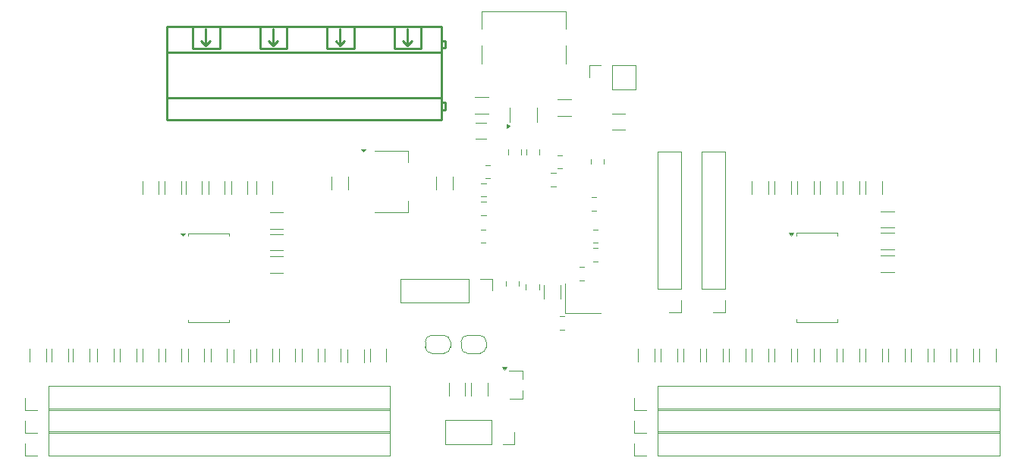
<source format=gbr>
%TF.GenerationSoftware,KiCad,Pcbnew,9.0.0*%
%TF.CreationDate,2025-03-06T16:27:56+01:00*%
%TF.ProjectId,mcuDevBoard,6d637544-6576-4426-9f61-72642e6b6963,rev?*%
%TF.SameCoordinates,Original*%
%TF.FileFunction,Legend,Top*%
%TF.FilePolarity,Positive*%
%FSLAX46Y46*%
G04 Gerber Fmt 4.6, Leading zero omitted, Abs format (unit mm)*
G04 Created by KiCad (PCBNEW 9.0.0) date 2025-03-06 16:27:56*
%MOMM*%
%LPD*%
G01*
G04 APERTURE LIST*
%ADD10C,0.120000*%
%ADD11C,0.250000*%
G04 APERTURE END LIST*
D10*
%TO.C,C13*%
X130201248Y-93765000D02*
X130723752Y-93765000D01*
X130201248Y-95235000D02*
X130723752Y-95235000D01*
%TO.C,C12*%
X126238748Y-83365000D02*
X126761252Y-83365000D01*
X126238748Y-84835000D02*
X126761252Y-84835000D01*
%TO.C,R23*%
X168228600Y-104962336D02*
X168228600Y-106416464D01*
X170048600Y-104962336D02*
X170048600Y-106416464D01*
%TO.C,U4*%
X120840000Y-78842500D02*
X120840000Y-78042500D01*
X120840000Y-78842500D02*
X120840000Y-79642500D01*
X123960000Y-78842500D02*
X123960000Y-78042500D01*
X123960000Y-78842500D02*
X123960000Y-79642500D01*
X120890000Y-80142500D02*
X120560000Y-80382500D01*
X120560000Y-79902500D01*
X120890000Y-80142500D01*
G36*
X120890000Y-80142500D02*
G01*
X120560000Y-80382500D01*
X120560000Y-79902500D01*
X120890000Y-80142500D01*
G37*
%TO.C,C15*%
X128678748Y-95865000D02*
X129201252Y-95865000D01*
X128678748Y-97335000D02*
X129201252Y-97335000D01*
%TO.C,R73*%
X105287400Y-105013136D02*
X105287400Y-106467264D01*
X107107400Y-105013136D02*
X107107400Y-106467264D01*
%TO.C,R12*%
X140288600Y-104962336D02*
X140288600Y-106416464D01*
X142108600Y-104962336D02*
X142108600Y-106416464D01*
%TO.C,Q1*%
X120760000Y-107420000D02*
X121560000Y-107420000D01*
X120900000Y-110580000D02*
X122360000Y-110580000D01*
X122360000Y-107420000D02*
X121560000Y-107420000D01*
X122360000Y-108350000D02*
X122360000Y-107420000D01*
X122360000Y-109650000D02*
X122360000Y-110580000D01*
X120260000Y-107390000D02*
X120020000Y-107060000D01*
X120500000Y-107060000D01*
X120260000Y-107390000D01*
G36*
X120260000Y-107390000D02*
G01*
X120020000Y-107060000D01*
X120500000Y-107060000D01*
X120260000Y-107390000D01*
G37*
%TO.C,R58*%
X67318400Y-104988136D02*
X67318400Y-106442264D01*
X69138400Y-104988136D02*
X69138400Y-106442264D01*
%TO.C,C4*%
X130548752Y-88085000D02*
X130026248Y-88085000D01*
X130548752Y-89555000D02*
X130026248Y-89555000D01*
%TO.C,C1*%
X101000000Y-87223752D02*
X101000000Y-85801248D01*
X102820000Y-87223752D02*
X102820000Y-85801248D01*
%TO.C,R67*%
X90068400Y-105043136D02*
X90068400Y-106497264D01*
X91888400Y-105043136D02*
X91888400Y-106497264D01*
%TO.C,J1*%
X129734000Y-73346000D02*
X131064000Y-73346000D01*
X129734000Y-74676000D02*
X129734000Y-73346000D01*
X132334000Y-73346000D02*
X134934000Y-73346000D01*
X132334000Y-76006000D02*
X132334000Y-73346000D01*
X132334000Y-76006000D02*
X134934000Y-76006000D01*
X134934000Y-76006000D02*
X134934000Y-73346000D01*
%TO.C,C9*%
X130731252Y-91705000D02*
X130208748Y-91705000D01*
X130731252Y-93175000D02*
X130208748Y-93175000D01*
%TO.C,R8*%
X162315536Y-89666400D02*
X163769664Y-89666400D01*
X162315536Y-91486400D02*
X163769664Y-91486400D01*
%TO.C,R7*%
X162315536Y-94590000D02*
X163769664Y-94590000D01*
X162315536Y-96410000D02*
X163769664Y-96410000D01*
%TO.C,R35*%
X126246936Y-77169600D02*
X127701064Y-77169600D01*
X126246936Y-78989600D02*
X127701064Y-78989600D01*
%TO.C,U6*%
X84955900Y-92143200D02*
X84955900Y-92418200D01*
X84955900Y-102063200D02*
X84955900Y-101788200D01*
X87265900Y-92143200D02*
X84955900Y-92143200D01*
X87265900Y-92143200D02*
X89575900Y-92143200D01*
X87265900Y-102063200D02*
X84955900Y-102063200D01*
X87265900Y-102063200D02*
X89575900Y-102063200D01*
X89575900Y-92143200D02*
X89575900Y-92418200D01*
X89575900Y-102063200D02*
X89575900Y-101788200D01*
X84365900Y-92418200D02*
X84125900Y-92088200D01*
X84605900Y-92088200D01*
X84365900Y-92418200D01*
G36*
X84365900Y-92418200D02*
G01*
X84125900Y-92088200D01*
X84605900Y-92088200D01*
X84365900Y-92418200D01*
G37*
%TO.C,U3*%
X105812500Y-82919500D02*
X109572500Y-82919500D01*
X105812500Y-89739500D02*
X109572500Y-89739500D01*
X109572500Y-82919500D02*
X109572500Y-84179500D01*
X109572500Y-89739500D02*
X109572500Y-88479500D01*
X104532500Y-83019500D02*
X104292500Y-82689500D01*
X104772500Y-82689500D01*
X104532500Y-83019500D01*
G36*
X104532500Y-83019500D02*
G01*
X104292500Y-82689500D01*
X104772500Y-82689500D01*
X104532500Y-83019500D01*
G37*
%TO.C,R53*%
X94142936Y-94690000D02*
X95597064Y-94690000D01*
X94142936Y-96510000D02*
X95597064Y-96510000D01*
%TO.C,R10*%
X135208600Y-104962336D02*
X135208600Y-106416464D01*
X137028600Y-104962336D02*
X137028600Y-106416464D01*
%TO.C,R47*%
X79893400Y-87747264D02*
X79893400Y-86293136D01*
X81713400Y-87747264D02*
X81713400Y-86293136D01*
%TO.C,R33*%
X132267936Y-78719000D02*
X133722064Y-78719000D01*
X132267936Y-80539000D02*
X133722064Y-80539000D01*
%TO.C,J15*%
X113690000Y-112970000D02*
X113690000Y-115630000D01*
X118830000Y-112970000D02*
X113690000Y-112970000D01*
X118830000Y-112970000D02*
X118830000Y-115630000D01*
X118830000Y-115630000D02*
X113690000Y-115630000D01*
X121430000Y-114300000D02*
X121430000Y-115630000D01*
X121430000Y-115630000D02*
X120100000Y-115630000D01*
%TO.C,R34*%
X124700000Y-99377064D02*
X124700000Y-97922936D01*
X126520000Y-99377064D02*
X126520000Y-97922936D01*
%TO.C,R24*%
X170768600Y-104962336D02*
X170768600Y-106416464D01*
X172588600Y-104962336D02*
X172588600Y-106416464D01*
%TO.C,R38*%
X120677000Y-82768748D02*
X120677000Y-83291252D01*
X122147000Y-82768748D02*
X122147000Y-83291252D01*
%TO.C,R1*%
X158068600Y-87721464D02*
X158068600Y-86267336D01*
X159888600Y-87721464D02*
X159888600Y-86267336D01*
%TO.C,Y1*%
X127030000Y-97740000D02*
X127030000Y-101040000D01*
X127030000Y-101040000D02*
X131030000Y-101040000D01*
%TO.C,C16*%
X126484748Y-101373000D02*
X127007252Y-101373000D01*
X126484748Y-102843000D02*
X127007252Y-102843000D01*
%TO.C,R45*%
X84713400Y-87697264D02*
X84713400Y-86243136D01*
X86533400Y-87697264D02*
X86533400Y-86243136D01*
%TO.C,R36*%
X118481464Y-76915600D02*
X117027336Y-76915600D01*
X118481464Y-78735600D02*
X117027336Y-78735600D01*
%TO.C,R4*%
X150448600Y-87721464D02*
X150448600Y-86267336D01*
X152268600Y-87721464D02*
X152268600Y-86267336D01*
%TO.C,R9*%
X162315536Y-92079400D02*
X163769664Y-92079400D01*
X162315536Y-93899400D02*
X163769664Y-93899400D01*
%TO.C,R11*%
X137748600Y-104962336D02*
X137748600Y-106416464D01*
X139568600Y-104962336D02*
X139568600Y-106416464D01*
%TO.C,R18*%
X155528600Y-104962336D02*
X155528600Y-106416464D01*
X157348600Y-104962336D02*
X157348600Y-106416464D01*
%TO.C,R63*%
X79887400Y-105013136D02*
X79887400Y-106467264D01*
X81707400Y-105013136D02*
X81707400Y-106467264D01*
%TO.C,R59*%
X69743400Y-105013136D02*
X69743400Y-106467264D01*
X71563400Y-105013136D02*
X71563400Y-106467264D01*
%TO.C,U2*%
X152858600Y-92074400D02*
X152858600Y-92349400D01*
X152858600Y-101994400D02*
X152858600Y-101719400D01*
X155168600Y-92074400D02*
X152858600Y-92074400D01*
X155168600Y-92074400D02*
X157478600Y-92074400D01*
X155168600Y-101994400D02*
X152858600Y-101994400D01*
X155168600Y-101994400D02*
X157478600Y-101994400D01*
X157478600Y-92074400D02*
X157478600Y-92349400D01*
X157478600Y-101994400D02*
X157478600Y-101719400D01*
X152268600Y-92349400D02*
X152028600Y-92019400D01*
X152508600Y-92019400D01*
X152268600Y-92349400D01*
G36*
X152268600Y-92349400D02*
G01*
X152028600Y-92019400D01*
X152508600Y-92019400D01*
X152268600Y-92349400D01*
G37*
%TO.C,R3*%
X152988600Y-87721464D02*
X152988600Y-86267336D01*
X154808600Y-87721464D02*
X154808600Y-86267336D01*
%TO.C,R65*%
X84967400Y-105013136D02*
X84967400Y-106467264D01*
X86787400Y-105013136D02*
X86787400Y-106467264D01*
%TO.C,J5*%
X134788600Y-114360000D02*
X134788600Y-113030000D01*
X136118600Y-114360000D02*
X134788600Y-114360000D01*
X137388600Y-111700000D02*
X175548600Y-111700000D01*
X137388600Y-114360000D02*
X137388600Y-111700000D01*
X137388600Y-114360000D02*
X175548600Y-114360000D01*
X175548600Y-114360000D02*
X175548600Y-111700000D01*
%TO.C,R25*%
X173308600Y-104962336D02*
X173308600Y-106416464D01*
X175128600Y-104962336D02*
X175128600Y-106416464D01*
%TO.C,R13*%
X142828600Y-104962336D02*
X142828600Y-106416464D01*
X144648600Y-104962336D02*
X144648600Y-106416464D01*
%TO.C,F1*%
X118283264Y-79760400D02*
X117079136Y-79760400D01*
X118283264Y-81580400D02*
X117079136Y-81580400D01*
%TO.C,R71*%
X100207400Y-105013136D02*
X100207400Y-106467264D01*
X102027400Y-105013136D02*
X102027400Y-106467264D01*
%TO.C,J3*%
X117730000Y-69240000D02*
X117730000Y-67340000D01*
X117730000Y-73140000D02*
X117730000Y-71140000D01*
X127130000Y-67340000D02*
X117730000Y-67340000D01*
X127130000Y-69240000D02*
X127130000Y-67340000D01*
X127130000Y-73140000D02*
X127130000Y-71140000D01*
%TO.C,R57*%
X94122936Y-92190000D02*
X95577064Y-92190000D01*
X94122936Y-94010000D02*
X95577064Y-94010000D01*
%TO.C,R42*%
X116590000Y-110226264D02*
X116590000Y-108772136D01*
X118410000Y-110226264D02*
X118410000Y-108772136D01*
%TO.C,C11*%
X125490248Y-85371000D02*
X126012752Y-85371000D01*
X125490248Y-86841000D02*
X126012752Y-86841000D01*
%TO.C,J9*%
X66767400Y-114360000D02*
X66767400Y-113030000D01*
X68097400Y-114360000D02*
X66767400Y-114360000D01*
X69367400Y-111700000D02*
X107527400Y-111700000D01*
X69367400Y-114360000D02*
X69367400Y-111700000D01*
X69367400Y-114360000D02*
X107527400Y-114360000D01*
X107527400Y-114360000D02*
X107527400Y-111700000D01*
%TO.C,C3*%
X117621248Y-91685000D02*
X118143752Y-91685000D01*
X117621248Y-93155000D02*
X118143752Y-93155000D01*
%TO.C,C7*%
X117691248Y-88595000D02*
X118213752Y-88595000D01*
X117691248Y-90065000D02*
X118213752Y-90065000D01*
%TO.C,R41*%
X114090000Y-110277064D02*
X114090000Y-108822936D01*
X115910000Y-110277064D02*
X115910000Y-108822936D01*
%TO.C,R68*%
X92587400Y-105013136D02*
X92587400Y-106467264D01*
X94407400Y-105013136D02*
X94407400Y-106467264D01*
%TO.C,J4*%
X134788600Y-116900000D02*
X134788600Y-115570000D01*
X136118600Y-116900000D02*
X134788600Y-116900000D01*
X137388600Y-114240000D02*
X175548600Y-114240000D01*
X137388600Y-116900000D02*
X137388600Y-114240000D01*
X137388600Y-116900000D02*
X175548600Y-116900000D01*
X175548600Y-116900000D02*
X175548600Y-114240000D01*
%TO.C,JP19*%
X111450000Y-104800000D02*
X111450000Y-104200000D01*
X112150000Y-103500000D02*
X113550000Y-103500000D01*
X113550000Y-105500000D02*
X112150000Y-105500000D01*
X114250000Y-104200000D02*
X114250000Y-104800000D01*
X111450000Y-104200000D02*
G75*
G02*
X112150000Y-103500000I699999J1D01*
G01*
X112150000Y-105500000D02*
G75*
G02*
X111450000Y-104800000I-1J699999D01*
G01*
X113550000Y-103500000D02*
G75*
G02*
X114250000Y-104200000I0J-700000D01*
G01*
X114250000Y-104800000D02*
G75*
G02*
X113550000Y-105500000I-700000J0D01*
G01*
%TO.C,R62*%
X77393400Y-105013136D02*
X77393400Y-106467264D01*
X79213400Y-105013136D02*
X79213400Y-106467264D01*
%TO.C,C5*%
X122685000Y-98348752D02*
X122685000Y-97826248D01*
X124155000Y-98348752D02*
X124155000Y-97826248D01*
%TO.C,C6*%
X118191248Y-84475000D02*
X118713752Y-84475000D01*
X118191248Y-85945000D02*
X118713752Y-85945000D01*
%TO.C,R16*%
X150448600Y-104962336D02*
X150448600Y-106416464D01*
X152268600Y-104962336D02*
X152268600Y-106416464D01*
%TO.C,J13*%
X142270000Y-98298000D02*
X142270000Y-82998000D01*
X144930000Y-82998000D02*
X142270000Y-82998000D01*
X144930000Y-98298000D02*
X142270000Y-98298000D01*
X144930000Y-98298000D02*
X144930000Y-82998000D01*
X144930000Y-99568000D02*
X144930000Y-100898000D01*
X144930000Y-100898000D02*
X143600000Y-100898000D01*
%TO.C,R61*%
X74843400Y-105013136D02*
X74843400Y-106467264D01*
X76663400Y-105013136D02*
X76663400Y-106467264D01*
%TO.C,R2*%
X155528600Y-87721464D02*
X155528600Y-86267336D01*
X157348600Y-87721464D02*
X157348600Y-86267336D01*
%TO.C,JP15*%
X115450000Y-104800000D02*
X115450000Y-104200000D01*
X116150000Y-103500000D02*
X117550000Y-103500000D01*
X117550000Y-105500000D02*
X116150000Y-105500000D01*
X118250000Y-104200000D02*
X118250000Y-104800000D01*
X115450000Y-104200000D02*
G75*
G02*
X116150000Y-103500000I700000J0D01*
G01*
X116150000Y-105500000D02*
G75*
G02*
X115450000Y-104800000I0J700000D01*
G01*
X117550000Y-103500000D02*
G75*
G02*
X118250000Y-104200000I1J-699999D01*
G01*
X118250000Y-104800000D02*
G75*
G02*
X117550000Y-105500000I-699999J-1D01*
G01*
%TO.C,R6*%
X160608600Y-87721464D02*
X160608600Y-86267336D01*
X162428600Y-87721464D02*
X162428600Y-86267336D01*
%TO.C,R60*%
X72143400Y-105013136D02*
X72143400Y-106467264D01*
X73963400Y-105013136D02*
X73963400Y-106467264D01*
%TO.C,R64*%
X82427400Y-105013136D02*
X82427400Y-106467264D01*
X84247400Y-105013136D02*
X84247400Y-106467264D01*
%TO.C,J12*%
X137354000Y-98298000D02*
X137354000Y-82998000D01*
X140014000Y-82998000D02*
X137354000Y-82998000D01*
X140014000Y-98298000D02*
X137354000Y-98298000D01*
X140014000Y-98298000D02*
X140014000Y-82998000D01*
X140014000Y-99568000D02*
X140014000Y-100898000D01*
X140014000Y-100898000D02*
X138684000Y-100898000D01*
%TO.C,R37*%
X122709000Y-82758748D02*
X122709000Y-83281252D01*
X124179000Y-82758748D02*
X124179000Y-83281252D01*
%TO.C,J7*%
X66767400Y-111820000D02*
X66767400Y-110490000D01*
X68097400Y-111820000D02*
X66767400Y-111820000D01*
X69367400Y-109160000D02*
X107527400Y-109160000D01*
X69367400Y-111820000D02*
X69367400Y-109160000D01*
X69367400Y-111820000D02*
X107527400Y-111820000D01*
X107527400Y-111820000D02*
X107527400Y-109160000D01*
%TO.C,R5*%
X147908600Y-87721464D02*
X147908600Y-86267336D01*
X149728600Y-87721464D02*
X149728600Y-86267336D01*
%TO.C,C14*%
X129922600Y-84309852D02*
X129922600Y-83787348D01*
X131392600Y-84309852D02*
X131392600Y-83787348D01*
%TO.C,J10*%
X108650000Y-97170000D02*
X108650000Y-99830000D01*
X116330000Y-97170000D02*
X108650000Y-97170000D01*
X116330000Y-97170000D02*
X116330000Y-99830000D01*
X116330000Y-99830000D02*
X108650000Y-99830000D01*
X117600000Y-97170000D02*
X118930000Y-97170000D01*
X118930000Y-97170000D02*
X118930000Y-98500000D01*
%TO.C,J2*%
X134788600Y-111820000D02*
X134788600Y-110490000D01*
X136118600Y-111820000D02*
X134788600Y-111820000D01*
X137388600Y-109160000D02*
X175548600Y-109160000D01*
X137388600Y-111820000D02*
X137388600Y-109160000D01*
X137388600Y-111820000D02*
X175548600Y-111820000D01*
X175548600Y-111820000D02*
X175548600Y-109160000D01*
%TO.C,C2*%
X112684000Y-87223752D02*
X112684000Y-85801248D01*
X114504000Y-87223752D02*
X114504000Y-85801248D01*
%TO.C,R43*%
X89793400Y-87697264D02*
X89793400Y-86243136D01*
X91613400Y-87697264D02*
X91613400Y-86243136D01*
%TO.C,R19*%
X158068600Y-104962336D02*
X158068600Y-106416464D01*
X159888600Y-104962336D02*
X159888600Y-106416464D01*
%TO.C,R46*%
X82393400Y-87747264D02*
X82393400Y-86293136D01*
X84213400Y-87747264D02*
X84213400Y-86293136D01*
%TO.C,C8*%
X117691248Y-86535000D02*
X118213752Y-86535000D01*
X117691248Y-88005000D02*
X118213752Y-88005000D01*
%TO.C,R69*%
X95127400Y-105013136D02*
X95127400Y-106467264D01*
X96947400Y-105013136D02*
X96947400Y-106467264D01*
%TO.C,R20*%
X160608600Y-104962336D02*
X160608600Y-106416464D01*
X162428600Y-104962336D02*
X162428600Y-106416464D01*
%TO.C,J8*%
X66767400Y-116900000D02*
X66767400Y-115570000D01*
X68097400Y-116900000D02*
X66767400Y-116900000D01*
X69367400Y-114240000D02*
X107527400Y-114240000D01*
X69367400Y-116900000D02*
X69367400Y-114240000D01*
X69367400Y-116900000D02*
X107527400Y-116900000D01*
X107527400Y-116900000D02*
X107527400Y-114240000D01*
%TO.C,C10*%
X120435000Y-97478748D02*
X120435000Y-98001252D01*
X121905000Y-97478748D02*
X121905000Y-98001252D01*
%TO.C,R17*%
X152988600Y-104962336D02*
X152988600Y-106416464D01*
X154808600Y-104962336D02*
X154808600Y-106416464D01*
%TO.C,R66*%
X87507400Y-105013136D02*
X87507400Y-106467264D01*
X89327400Y-105013136D02*
X89327400Y-106467264D01*
%TO.C,R72*%
X102790000Y-105072936D02*
X102790000Y-106527064D01*
X104610000Y-105072936D02*
X104610000Y-106527064D01*
%TO.C,R15*%
X147908600Y-104962336D02*
X147908600Y-106416464D01*
X149728600Y-104962336D02*
X149728600Y-106416464D01*
%TO.C,R56*%
X94102936Y-89790000D02*
X95557064Y-89790000D01*
X94102936Y-91610000D02*
X95557064Y-91610000D01*
%TO.C,R21*%
X163148600Y-104962336D02*
X163148600Y-106416464D01*
X164968600Y-104962336D02*
X164968600Y-106416464D01*
%TO.C,R48*%
X92593400Y-87747264D02*
X92593400Y-86293136D01*
X94413400Y-87747264D02*
X94413400Y-86293136D01*
%TO.C,R22*%
X165688600Y-104962336D02*
X165688600Y-106416464D01*
X167508600Y-104962336D02*
X167508600Y-106416464D01*
%TO.C,R14*%
X145368600Y-104962336D02*
X145368600Y-106416464D01*
X147188600Y-104962336D02*
X147188600Y-106416464D01*
D11*
%TO.C,J6*%
X82650000Y-69050000D02*
X82650000Y-79450000D01*
X82650000Y-69050000D02*
X113250000Y-69050000D01*
X82650000Y-71930000D02*
X113250000Y-71930000D01*
X82650000Y-76980000D02*
X113250000Y-76980000D01*
X82650000Y-79450000D02*
X113250000Y-79450000D01*
X85510000Y-69050000D02*
X85510000Y-71450000D01*
X85510000Y-71450000D02*
X88500000Y-71450000D01*
X86950000Y-69250000D02*
X86950000Y-71150000D01*
X86950000Y-71150000D02*
X86450000Y-70650000D01*
X86950000Y-71150000D02*
X87450000Y-70650000D01*
X88500000Y-71450000D02*
X88500000Y-69050000D01*
X93010000Y-69050000D02*
X93010000Y-71450000D01*
X93010000Y-71450000D02*
X96000000Y-71450000D01*
X94450000Y-69250000D02*
X94450000Y-71150000D01*
X94450000Y-71150000D02*
X93950000Y-70650000D01*
X94450000Y-71150000D02*
X94950000Y-70650000D01*
X96000000Y-71450000D02*
X96000000Y-69050000D01*
X100510000Y-69050000D02*
X100510000Y-71450000D01*
X100510000Y-71450000D02*
X103500000Y-71450000D01*
X101950000Y-69250000D02*
X101950000Y-71150000D01*
X101950000Y-71150000D02*
X101450000Y-70650000D01*
X101950000Y-71150000D02*
X102450000Y-70650000D01*
X103500000Y-71450000D02*
X103500000Y-69050000D01*
X108010000Y-69050000D02*
X108010000Y-71450000D01*
X108010000Y-71450000D02*
X111000000Y-71450000D01*
X109450000Y-69250000D02*
X109450000Y-71150000D01*
X109450000Y-71150000D02*
X108950000Y-70650000D01*
X109450000Y-71150000D02*
X109950000Y-70650000D01*
X111000000Y-71450000D02*
X111000000Y-69050000D01*
X113250000Y-69050000D02*
X113250000Y-79450000D01*
X113250000Y-70640000D02*
X113650000Y-70640000D01*
X113250000Y-77520000D02*
X113650000Y-77520000D01*
X113650000Y-70640000D02*
X113650000Y-71350000D01*
X113650000Y-71350000D02*
X113250000Y-71350000D01*
X113650000Y-77520000D02*
X113650000Y-78350000D01*
X113650000Y-78350000D02*
X113250000Y-78350000D01*
D10*
%TO.C,R70*%
X97667400Y-105013136D02*
X97667400Y-106467264D01*
X99487400Y-105013136D02*
X99487400Y-106467264D01*
%TO.C,R44*%
X87253400Y-87697264D02*
X87253400Y-86243136D01*
X89073400Y-87697264D02*
X89073400Y-86243136D01*
%TD*%
M02*

</source>
